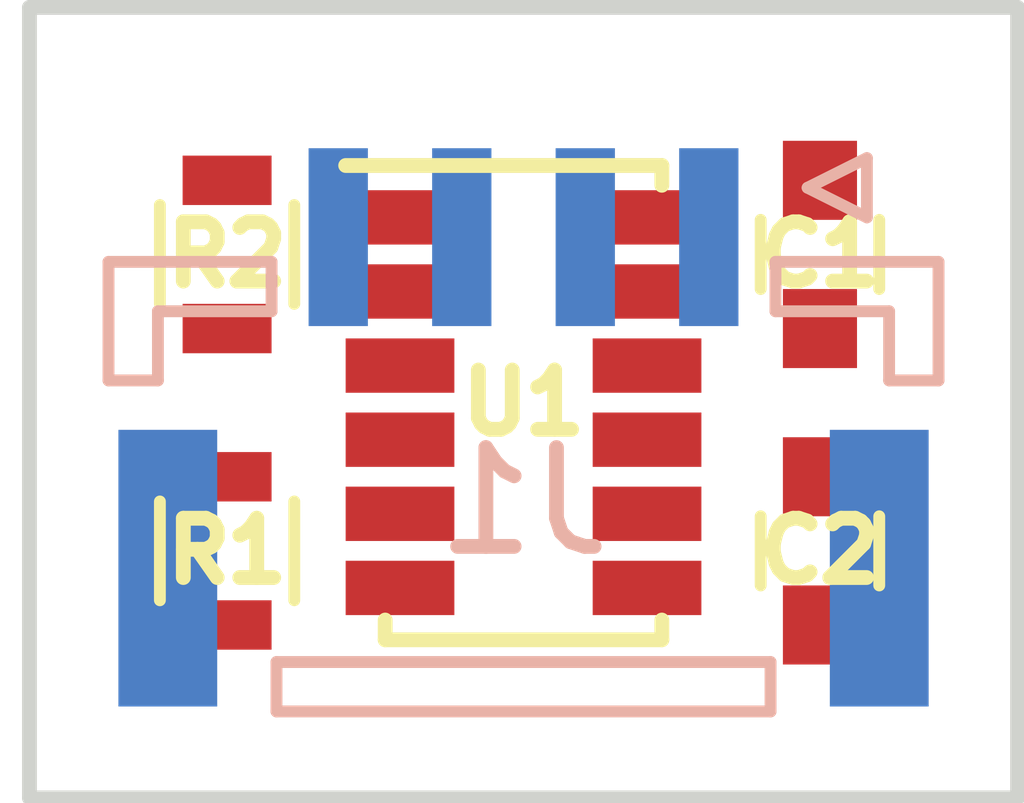
<source format=kicad_pcb>
(kicad_pcb (version 4) (host pcbnew 4.0.6)

  (general
    (links 14)
    (no_connects 14)
    (area 144.924999 95.924999 155.075001 104.075001)
    (thickness 0.8)
    (drawings 4)
    (tracks 0)
    (zones 0)
    (modules 6)
    (nets 11)
  )

  (page A4)
  (layers
    (0 F.Cu signal)
    (31 B.Cu signal)
    (32 B.Adhes user)
    (33 F.Adhes user)
    (34 B.Paste user)
    (35 F.Paste user)
    (36 B.SilkS user)
    (37 F.SilkS user)
    (38 B.Mask user)
    (39 F.Mask user)
    (40 Dwgs.User user)
    (41 Cmts.User user)
    (42 Eco1.User user)
    (43 Eco2.User user)
    (44 Edge.Cuts user)
    (45 Margin user)
    (46 B.CrtYd user)
    (47 F.CrtYd user)
    (48 B.Fab user hide)
    (49 F.Fab user hide)
  )

  (setup
    (last_trace_width 0.25)
    (trace_clearance 0.2)
    (zone_clearance 0.508)
    (zone_45_only no)
    (trace_min 0.2)
    (segment_width 0.2)
    (edge_width 0.15)
    (via_size 0.6)
    (via_drill 0.4)
    (via_min_size 0.4)
    (via_min_drill 0.3)
    (uvia_size 0.3)
    (uvia_drill 0.1)
    (uvias_allowed no)
    (uvia_min_size 0.2)
    (uvia_min_drill 0.1)
    (pcb_text_width 0.3)
    (pcb_text_size 1.5 1.5)
    (mod_edge_width 0.15)
    (mod_text_size 1 1)
    (mod_text_width 0.15)
    (pad_size 1.524 1.524)
    (pad_drill 0.762)
    (pad_to_mask_clearance 0.2)
    (aux_axis_origin 0 0)
    (visible_elements FFFFFF7F)
    (pcbplotparams
      (layerselection 0x00030_80000001)
      (usegerberextensions false)
      (excludeedgelayer true)
      (linewidth 0.100000)
      (plotframeref false)
      (viasonmask false)
      (mode 1)
      (useauxorigin false)
      (hpglpennumber 1)
      (hpglpenspeed 20)
      (hpglpendiameter 15)
      (hpglpenoverlay 2)
      (psnegative false)
      (psa4output false)
      (plotreference true)
      (plotvalue true)
      (plotinvisibletext false)
      (padsonsilk false)
      (subtractmaskfromsilk false)
      (outputformat 1)
      (mirror false)
      (drillshape 1)
      (scaleselection 1)
      (outputdirectory ""))
  )

  (net 0 "")
  (net 1 +2V8)
  (net 2 GND)
  (net 3 /SDA)
  (net 4 /SCL)
  (net 5 "Net-(R1-Pad2)")
  (net 6 /INT)
  (net 7 "Net-(U1-Pad2)")
  (net 8 "Net-(U1-Pad3)")
  (net 9 "Net-(U1-Pad7)")
  (net 10 "Net-(U1-Pad11)")

  (net_class Default "This is the default net class."
    (clearance 0.2)
    (trace_width 0.25)
    (via_dia 0.6)
    (via_drill 0.4)
    (uvia_dia 0.3)
    (uvia_drill 0.1)
    (add_net +2V8)
    (add_net /INT)
    (add_net /SCL)
    (add_net /SDA)
    (add_net GND)
    (add_net "Net-(R1-Pad2)")
    (add_net "Net-(U1-Pad11)")
    (add_net "Net-(U1-Pad2)")
    (add_net "Net-(U1-Pad3)")
    (add_net "Net-(U1-Pad7)")
  )

  (module Connectors_JST:JST_GH_BM04B-GHS-TBT_04x1.25mm_Straight (layer B.Cu) (tedit 58A22AA7) (tstamp 58D1A73B)
    (at 150 100 180)
    (descr "JST GH series connector, BM04B-GHS-TBT, top entry type")
    (tags "connector jst GH SMT top vertical entry 1.25mm pitch")
    (path /58D7504A)
    (attr smd)
    (fp_text reference J1 (at 0 -1 180) (layer B.SilkS)
      (effects (font (size 1 1) (thickness 0.15)) (justify mirror))
    )
    (fp_text value TOF (at 0 -4.575 180) (layer B.Fab)
      (effects (font (size 1 1) (thickness 0.15)) (justify mirror))
    )
    (fp_text user %R (at 0 -1.825 180) (layer B.Fab)
      (effects (font (size 1 1) (thickness 0.15)) (justify mirror))
    )
    (fp_line (start -4.1 1.3) (end -4.1 -2.95) (layer B.Fab) (width 0.1))
    (fp_line (start -4.1 -2.95) (end 4.1 -2.95) (layer B.Fab) (width 0.1))
    (fp_line (start 4.1 -2.95) (end 4.1 1.3) (layer B.Fab) (width 0.1))
    (fp_line (start 4.1 1.3) (end -4.1 1.3) (layer B.Fab) (width 0.1))
    (fp_line (start -2.5 -3.125) (end 2.5 -3.125) (layer B.SilkS) (width 0.12))
    (fp_line (start 2.5 -3.125) (end 2.5 -2.625) (layer B.SilkS) (width 0.12))
    (fp_line (start 2.5 -2.625) (end -2.5 -2.625) (layer B.SilkS) (width 0.12))
    (fp_line (start -2.5 -2.625) (end -2.5 -3.125) (layer B.SilkS) (width 0.12))
    (fp_line (start -4.2 0.225) (end -4.2 1.425) (layer B.SilkS) (width 0.12))
    (fp_line (start -4.2 1.425) (end -2.55 1.425) (layer B.SilkS) (width 0.12))
    (fp_line (start -2.55 1.425) (end -2.55 0.925) (layer B.SilkS) (width 0.12))
    (fp_line (start -2.55 0.925) (end -3.7 0.925) (layer B.SilkS) (width 0.12))
    (fp_line (start -3.7 0.925) (end -3.7 0.225) (layer B.SilkS) (width 0.12))
    (fp_line (start -3.7 0.225) (end -4.2 0.225) (layer B.SilkS) (width 0.12))
    (fp_line (start 4.2 0.225) (end 4.2 1.425) (layer B.SilkS) (width 0.12))
    (fp_line (start 4.2 1.425) (end 2.55 1.425) (layer B.SilkS) (width 0.12))
    (fp_line (start 2.55 1.425) (end 2.55 0.925) (layer B.SilkS) (width 0.12))
    (fp_line (start 2.55 0.925) (end 3.7 0.925) (layer B.SilkS) (width 0.12))
    (fp_line (start 3.7 0.925) (end 3.7 0.225) (layer B.SilkS) (width 0.12))
    (fp_line (start 3.7 0.225) (end 4.2 0.225) (layer B.SilkS) (width 0.12))
    (fp_line (start -2.875 2.175) (end -3.475 2.475) (layer B.SilkS) (width 0.12))
    (fp_line (start -3.475 2.475) (end -3.475 1.875) (layer B.SilkS) (width 0.12))
    (fp_line (start -3.475 1.875) (end -2.875 2.175) (layer B.SilkS) (width 0.12))
    (fp_line (start -2.875 2.175) (end -3.475 2.475) (layer B.Fab) (width 0.1))
    (fp_line (start -3.475 2.475) (end -3.475 1.875) (layer B.Fab) (width 0.1))
    (fp_line (start -3.475 1.875) (end -2.875 2.175) (layer B.Fab) (width 0.1))
    (fp_line (start -2.125 -0.325) (end -2.125 -0.825) (layer B.Fab) (width 0.1))
    (fp_line (start -2.125 -0.825) (end -1.625 -0.825) (layer B.Fab) (width 0.1))
    (fp_line (start -1.625 -0.825) (end -1.625 -0.325) (layer B.Fab) (width 0.1))
    (fp_line (start -1.625 -0.325) (end -2.125 -0.325) (layer B.Fab) (width 0.1))
    (fp_line (start -0.875 -0.325) (end -0.875 -0.825) (layer B.Fab) (width 0.1))
    (fp_line (start -0.875 -0.825) (end -0.375 -0.825) (layer B.Fab) (width 0.1))
    (fp_line (start -0.375 -0.825) (end -0.375 -0.325) (layer B.Fab) (width 0.1))
    (fp_line (start -0.375 -0.325) (end -0.875 -0.325) (layer B.Fab) (width 0.1))
    (fp_line (start 0.375 -0.325) (end 0.375 -0.825) (layer B.Fab) (width 0.1))
    (fp_line (start 0.375 -0.825) (end 0.875 -0.825) (layer B.Fab) (width 0.1))
    (fp_line (start 0.875 -0.825) (end 0.875 -0.325) (layer B.Fab) (width 0.1))
    (fp_line (start 0.875 -0.325) (end 0.375 -0.325) (layer B.Fab) (width 0.1))
    (fp_line (start 1.625 -0.325) (end 1.625 -0.825) (layer B.Fab) (width 0.1))
    (fp_line (start 1.625 -0.825) (end 2.125 -0.825) (layer B.Fab) (width 0.1))
    (fp_line (start 2.125 -0.825) (end 2.125 -0.325) (layer B.Fab) (width 0.1))
    (fp_line (start 2.125 -0.325) (end 1.625 -0.325) (layer B.Fab) (width 0.1))
    (fp_line (start -4.6 3.05) (end -4.6 -3.6) (layer B.CrtYd) (width 0.05))
    (fp_line (start -4.6 -3.6) (end 4.6 -3.6) (layer B.CrtYd) (width 0.05))
    (fp_line (start 4.6 -3.6) (end 4.6 3.05) (layer B.CrtYd) (width 0.05))
    (fp_line (start 4.6 3.05) (end -4.6 3.05) (layer B.CrtYd) (width 0.05))
    (pad 1 smd rect (at -1.875 1.675 180) (size 0.6 1.8) (layers B.Cu B.Paste B.Mask)
      (net 1 +2V8))
    (pad 2 smd rect (at -0.625 1.675 180) (size 0.6 1.8) (layers B.Cu B.Paste B.Mask)
      (net 3 /SDA))
    (pad 3 smd rect (at 0.625 1.675 180) (size 0.6 1.8) (layers B.Cu B.Paste B.Mask)
      (net 4 /SCL))
    (pad 4 smd rect (at 1.875 1.675 180) (size 0.6 1.8) (layers B.Cu B.Paste B.Mask)
      (net 2 GND))
    (pad "" smd rect (at 3.6 -1.675 180) (size 1 2.8) (layers B.Cu B.Paste B.Mask))
    (pad "" smd rect (at -3.6 -1.675 180) (size 1 2.8) (layers B.Cu B.Paste B.Mask))
  )

  (module Capacitors_SMD:C_0603 (layer F.Cu) (tedit 58D1A24D) (tstamp 58D1A818)
    (at 153 98.5 90)
    (descr "Capacitor SMD 0603, reflow soldering, AVX (see smccp.pdf)")
    (tags "capacitor 0603")
    (path /58D74CFA)
    (attr smd)
    (fp_text reference C1 (at 0 0 180) (layer F.SilkS)
      (effects (font (size 0.6 0.6) (thickness 0.15)))
    )
    (fp_text value 100n (at 0 1.5 90) (layer F.Fab)
      (effects (font (size 1 1) (thickness 0.15)))
    )
    (fp_text user %R (at 0 -1.5 90) (layer F.Fab)
      (effects (font (size 1 1) (thickness 0.15)))
    )
    (fp_line (start -0.8 0.4) (end -0.8 -0.4) (layer F.Fab) (width 0.1))
    (fp_line (start 0.8 0.4) (end -0.8 0.4) (layer F.Fab) (width 0.1))
    (fp_line (start 0.8 -0.4) (end 0.8 0.4) (layer F.Fab) (width 0.1))
    (fp_line (start -0.8 -0.4) (end 0.8 -0.4) (layer F.Fab) (width 0.1))
    (fp_line (start -0.35 -0.6) (end 0.35 -0.6) (layer F.SilkS) (width 0.12))
    (fp_line (start 0.35 0.6) (end -0.35 0.6) (layer F.SilkS) (width 0.12))
    (fp_line (start -1.4 -0.65) (end 1.4 -0.65) (layer F.CrtYd) (width 0.05))
    (fp_line (start -1.4 -0.65) (end -1.4 0.65) (layer F.CrtYd) (width 0.05))
    (fp_line (start 1.4 0.65) (end 1.4 -0.65) (layer F.CrtYd) (width 0.05))
    (fp_line (start 1.4 0.65) (end -1.4 0.65) (layer F.CrtYd) (width 0.05))
    (pad 1 smd rect (at -0.75 0 90) (size 0.8 0.75) (layers F.Cu F.Paste F.Mask)
      (net 1 +2V8))
    (pad 2 smd rect (at 0.75 0 90) (size 0.8 0.75) (layers F.Cu F.Paste F.Mask)
      (net 2 GND))
    (model Capacitors_SMD.3dshapes/C_0603.wrl
      (at (xyz 0 0 0))
      (scale (xyz 1 1 1))
      (rotate (xyz 0 0 0))
    )
  )

  (module Capacitors_SMD:C_0603 (layer F.Cu) (tedit 58D1A259) (tstamp 58D1A81D)
    (at 153 101.5 90)
    (descr "Capacitor SMD 0603, reflow soldering, AVX (see smccp.pdf)")
    (tags "capacitor 0603")
    (path /58D74CCF)
    (attr smd)
    (fp_text reference C2 (at 0 0 180) (layer F.SilkS)
      (effects (font (size 0.6 0.6) (thickness 0.15)))
    )
    (fp_text value 4u7 (at 0 1.5 90) (layer F.Fab)
      (effects (font (size 1 1) (thickness 0.15)))
    )
    (fp_text user %R (at 0 -1.5 90) (layer F.Fab)
      (effects (font (size 1 1) (thickness 0.15)))
    )
    (fp_line (start -0.8 0.4) (end -0.8 -0.4) (layer F.Fab) (width 0.1))
    (fp_line (start 0.8 0.4) (end -0.8 0.4) (layer F.Fab) (width 0.1))
    (fp_line (start 0.8 -0.4) (end 0.8 0.4) (layer F.Fab) (width 0.1))
    (fp_line (start -0.8 -0.4) (end 0.8 -0.4) (layer F.Fab) (width 0.1))
    (fp_line (start -0.35 -0.6) (end 0.35 -0.6) (layer F.SilkS) (width 0.12))
    (fp_line (start 0.35 0.6) (end -0.35 0.6) (layer F.SilkS) (width 0.12))
    (fp_line (start -1.4 -0.65) (end 1.4 -0.65) (layer F.CrtYd) (width 0.05))
    (fp_line (start -1.4 -0.65) (end -1.4 0.65) (layer F.CrtYd) (width 0.05))
    (fp_line (start 1.4 0.65) (end 1.4 -0.65) (layer F.CrtYd) (width 0.05))
    (fp_line (start 1.4 0.65) (end -1.4 0.65) (layer F.CrtYd) (width 0.05))
    (pad 1 smd rect (at -0.75 0 90) (size 0.8 0.75) (layers F.Cu F.Paste F.Mask)
      (net 1 +2V8))
    (pad 2 smd rect (at 0.75 0 90) (size 0.8 0.75) (layers F.Cu F.Paste F.Mask)
      (net 2 GND))
    (model Capacitors_SMD.3dshapes/C_0603.wrl
      (at (xyz 0 0 0))
      (scale (xyz 1 1 1))
      (rotate (xyz 0 0 0))
    )
  )

  (module Resistors_SMD:R_0603 (layer F.Cu) (tedit 58D1A267) (tstamp 58D1A822)
    (at 147 101.5 90)
    (descr "Resistor SMD 0603, reflow soldering, Vishay (see dcrcw.pdf)")
    (tags "resistor 0603")
    (path /58D74BD0)
    (attr smd)
    (fp_text reference R1 (at 0 0 180) (layer F.SilkS)
      (effects (font (size 0.6 0.6) (thickness 0.15)))
    )
    (fp_text value 47k (at 0 1.5 90) (layer F.Fab)
      (effects (font (size 1 1) (thickness 0.15)))
    )
    (fp_text user %R (at 0 -1.45 90) (layer F.Fab)
      (effects (font (size 1 1) (thickness 0.15)))
    )
    (fp_line (start -0.8 0.4) (end -0.8 -0.4) (layer F.Fab) (width 0.1))
    (fp_line (start 0.8 0.4) (end -0.8 0.4) (layer F.Fab) (width 0.1))
    (fp_line (start 0.8 -0.4) (end 0.8 0.4) (layer F.Fab) (width 0.1))
    (fp_line (start -0.8 -0.4) (end 0.8 -0.4) (layer F.Fab) (width 0.1))
    (fp_line (start 0.5 0.68) (end -0.5 0.68) (layer F.SilkS) (width 0.12))
    (fp_line (start -0.5 -0.68) (end 0.5 -0.68) (layer F.SilkS) (width 0.12))
    (fp_line (start -1.25 -0.7) (end 1.25 -0.7) (layer F.CrtYd) (width 0.05))
    (fp_line (start -1.25 -0.7) (end -1.25 0.7) (layer F.CrtYd) (width 0.05))
    (fp_line (start 1.25 0.7) (end 1.25 -0.7) (layer F.CrtYd) (width 0.05))
    (fp_line (start 1.25 0.7) (end -1.25 0.7) (layer F.CrtYd) (width 0.05))
    (pad 1 smd rect (at -0.75 0 90) (size 0.5 0.9) (layers F.Cu F.Paste F.Mask)
      (net 1 +2V8))
    (pad 2 smd rect (at 0.75 0 90) (size 0.5 0.9) (layers F.Cu F.Paste F.Mask)
      (net 5 "Net-(R1-Pad2)"))
    (model Resistors_SMD.3dshapes/R_0603.wrl
      (at (xyz 0 0 0))
      (scale (xyz 1 1 1))
      (rotate (xyz 0 0 0))
    )
  )

  (module Resistors_SMD:R_0603 (layer F.Cu) (tedit 58D1A262) (tstamp 58D1A827)
    (at 147 98.5 90)
    (descr "Resistor SMD 0603, reflow soldering, Vishay (see dcrcw.pdf)")
    (tags "resistor 0603")
    (path /58D74BF4)
    (attr smd)
    (fp_text reference R2 (at 0 0 180) (layer F.SilkS)
      (effects (font (size 0.6 0.6) (thickness 0.15)))
    )
    (fp_text value 47k (at 0 1.5 90) (layer F.Fab)
      (effects (font (size 1 1) (thickness 0.15)))
    )
    (fp_text user %R (at 0 -1.45 90) (layer F.Fab)
      (effects (font (size 1 1) (thickness 0.15)))
    )
    (fp_line (start -0.8 0.4) (end -0.8 -0.4) (layer F.Fab) (width 0.1))
    (fp_line (start 0.8 0.4) (end -0.8 0.4) (layer F.Fab) (width 0.1))
    (fp_line (start 0.8 -0.4) (end 0.8 0.4) (layer F.Fab) (width 0.1))
    (fp_line (start -0.8 -0.4) (end 0.8 -0.4) (layer F.Fab) (width 0.1))
    (fp_line (start 0.5 0.68) (end -0.5 0.68) (layer F.SilkS) (width 0.12))
    (fp_line (start -0.5 -0.68) (end 0.5 -0.68) (layer F.SilkS) (width 0.12))
    (fp_line (start -1.25 -0.7) (end 1.25 -0.7) (layer F.CrtYd) (width 0.05))
    (fp_line (start -1.25 -0.7) (end -1.25 0.7) (layer F.CrtYd) (width 0.05))
    (fp_line (start 1.25 0.7) (end 1.25 -0.7) (layer F.CrtYd) (width 0.05))
    (fp_line (start 1.25 0.7) (end -1.25 0.7) (layer F.CrtYd) (width 0.05))
    (pad 1 smd rect (at -0.75 0 90) (size 0.5 0.9) (layers F.Cu F.Paste F.Mask)
      (net 1 +2V8))
    (pad 2 smd rect (at 0.75 0 90) (size 0.5 0.9) (layers F.Cu F.Paste F.Mask)
      (net 6 /INT))
    (model Resistors_SMD.3dshapes/R_0603.wrl
      (at (xyz 0 0 0))
      (scale (xyz 1 1 1))
      (rotate (xyz 0 0 0))
    )
  )

  (module bcan:VL6180X (layer F.Cu) (tedit 58D1A289) (tstamp 58D1A762)
    (at 150 100)
    (path /58D74B7C)
    (fp_text reference U1 (at 0 0) (layer F.SilkS)
      (effects (font (size 0.6 0.6) (thickness 0.15)))
    )
    (fp_text value VL6180X (at 0 3.5) (layer F.Fab)
      (effects (font (size 1 1) (thickness 0.15)))
    )
    (fp_line (start -1.4 2.4) (end -1.4 2.2) (layer F.SilkS) (width 0.15))
    (fp_line (start 1.4 2.4) (end -1.4 2.4) (layer F.SilkS) (width 0.15))
    (fp_line (start 1.4 2.2) (end 1.4 2.4) (layer F.SilkS) (width 0.15))
    (fp_line (start 1.4 -2.4) (end 1.4 -2.2) (layer F.SilkS) (width 0.15))
    (fp_line (start -1.8 -2.4) (end 1.4 -2.4) (layer F.SilkS) (width 0.15))
    (fp_line (start -1.4 -1.4) (end -0.4 -2.4) (layer F.Fab) (width 0.15))
    (fp_line (start -2 2.6) (end -2 -2.6) (layer F.CrtYd) (width 0.05))
    (fp_line (start 2 2.6) (end -2 2.6) (layer F.CrtYd) (width 0.05))
    (fp_line (start 2 -2.6) (end 2 2.6) (layer F.CrtYd) (width 0.05))
    (fp_line (start -2 -2.6) (end 2 -2.6) (layer F.CrtYd) (width 0.05))
    (fp_circle (center 0 -1.52) (end -0.15 -1.52) (layer F.Fab) (width 0.1))
    (fp_circle (center 0 -0.76) (end -0.29 -0.76) (layer F.Fab) (width 0.1))
    (fp_circle (center 0 1.8) (end -0.25 1.8) (layer F.Fab) (width 0.1))
    (fp_line (start -1.4 2.4) (end -1.4 -1.4) (layer F.Fab) (width 0.15))
    (fp_line (start 1.4 2.4) (end -1.4 2.4) (layer F.Fab) (width 0.15))
    (fp_line (start 1.4 -2.4) (end 1.4 2.4) (layer F.Fab) (width 0.15))
    (fp_line (start -0.4 -2.4) (end 1.4 -2.4) (layer F.Fab) (width 0.15))
    (pad 1 smd rect (at -1.25 -1.875) (size 1.1 0.55) (layers F.Cu F.Paste F.Mask)
      (net 6 /INT))
    (pad 2 smd rect (at -1.25 -1.125) (size 1.1 0.55) (layers F.Cu F.Paste F.Mask)
      (net 7 "Net-(U1-Pad2)"))
    (pad 3 smd rect (at -1.25 -0.375) (size 1.1 0.55) (layers F.Cu F.Paste F.Mask)
      (net 8 "Net-(U1-Pad3)"))
    (pad 4 smd rect (at -1.25 0.375) (size 1.1 0.55) (layers F.Cu F.Paste F.Mask)
      (net 5 "Net-(R1-Pad2)"))
    (pad 5 smd rect (at -1.25 1.125) (size 1.1 0.55) (layers F.Cu F.Paste F.Mask)
      (net 4 /SCL))
    (pad 6 smd rect (at -1.25 1.875) (size 1.1 0.55) (layers F.Cu F.Paste F.Mask)
      (net 3 /SDA))
    (pad 7 smd rect (at 1.25 1.875) (size 1.1 0.55) (layers F.Cu F.Paste F.Mask)
      (net 9 "Net-(U1-Pad7)"))
    (pad 8 smd rect (at 1.25 1.125) (size 1.1 0.55) (layers F.Cu F.Paste F.Mask)
      (net 1 +2V8))
    (pad 9 smd rect (at 1.25 0.375) (size 1.1 0.55) (layers F.Cu F.Paste F.Mask)
      (net 2 GND))
    (pad 10 smd rect (at 1.25 -0.375) (size 1.1 0.55) (layers F.Cu F.Paste F.Mask)
      (net 1 +2V8))
    (pad 11 smd rect (at 1.25 -1.125) (size 1.1 0.55) (layers F.Cu F.Paste F.Mask)
      (net 10 "Net-(U1-Pad11)"))
    (pad 12 smd rect (at 1.25 -1.875) (size 1.1 0.55) (layers F.Cu F.Paste F.Mask)
      (net 2 GND))
  )

  (gr_line (start 145 104) (end 145 96) (layer Edge.Cuts) (width 0.15))
  (gr_line (start 155 104) (end 145 104) (layer Edge.Cuts) (width 0.15))
  (gr_line (start 155 96) (end 155 104) (layer Edge.Cuts) (width 0.15))
  (gr_line (start 145 96) (end 155 96) (layer Edge.Cuts) (width 0.15))

)

</source>
